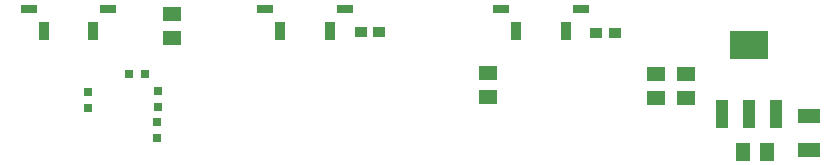
<source format=gtp>
G04 Layer_Color=8421504*
%FSLAX44Y44*%
%MOMM*%
G71*
G01*
G75*
%ADD10R,0.7500X0.8000*%
%ADD11R,0.8000X0.7500*%
%ADD12R,1.0000X0.9500*%
%ADD13R,1.6002X1.2700*%
%ADD14R,1.8500X1.3000*%
%ADD15R,3.3000X2.4000*%
%ADD16R,1.0000X2.4000*%
%ADD17R,1.2700X1.6002*%
%ADD18R,1.4500X0.8000*%
%ADD19R,0.9000X1.5000*%
D10*
X-182010Y78740D02*
D03*
X-168510D02*
D03*
D11*
X-157480Y50400D02*
D03*
Y63900D02*
D03*
X-157734Y37846D02*
D03*
Y24346D02*
D03*
X-216916Y49746D02*
D03*
Y63246D02*
D03*
D12*
X213742Y113284D02*
D03*
X229742D02*
D03*
X14226Y114300D02*
D03*
X30226D02*
D03*
D13*
X264160Y58420D02*
D03*
Y78740D02*
D03*
X289560Y58420D02*
D03*
Y78740D02*
D03*
X-145542Y129286D02*
D03*
Y108966D02*
D03*
X122174Y78994D02*
D03*
Y58674D02*
D03*
D14*
X394208Y42716D02*
D03*
Y13716D02*
D03*
D15*
X342900Y102660D02*
D03*
D16*
X365900Y44660D02*
D03*
X342900Y44660D02*
D03*
X319900Y44660D02*
D03*
D17*
X337820Y12700D02*
D03*
X358140D02*
D03*
D18*
X200914Y133860D02*
D03*
X133452D02*
D03*
X-66700D02*
D03*
X762D02*
D03*
X-199390Y133858D02*
D03*
X-266852D02*
D03*
D19*
X188239Y115064D02*
D03*
X146228D02*
D03*
X-53924D02*
D03*
X-11913D02*
D03*
X-212065Y115062D02*
D03*
X-254076D02*
D03*
M02*

</source>
